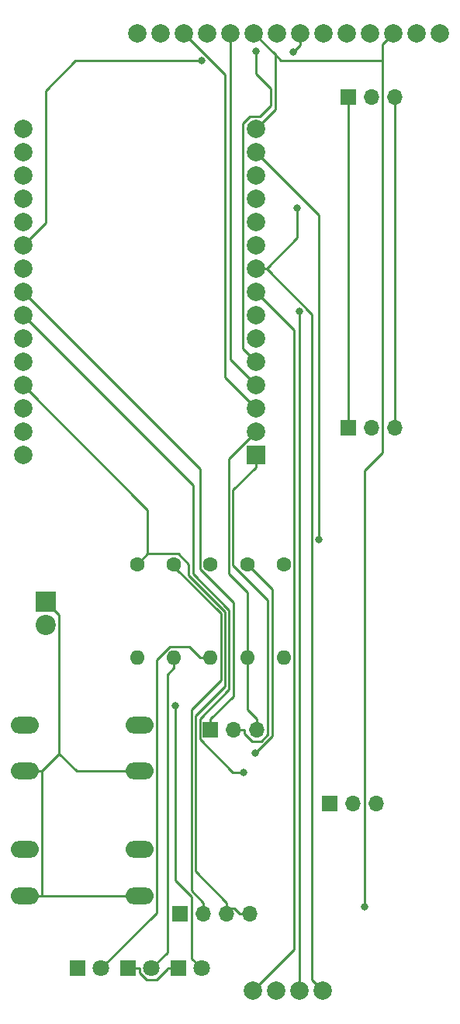
<source format=gbr>
%TF.GenerationSoftware,KiCad,Pcbnew,7.0.7*%
%TF.CreationDate,2024-02-25T20:38:01+01:00*%
%TF.ProjectId,TFT_tactil_screen,5446545f-7461-4637-9469-6c5f73637265,rev?*%
%TF.SameCoordinates,Original*%
%TF.FileFunction,Copper,L1,Top*%
%TF.FilePolarity,Positive*%
%FSLAX46Y46*%
G04 Gerber Fmt 4.6, Leading zero omitted, Abs format (unit mm)*
G04 Created by KiCad (PCBNEW 7.0.7) date 2024-02-25 20:38:01*
%MOMM*%
%LPD*%
G01*
G04 APERTURE LIST*
%TA.AperFunction,ComponentPad*%
%ADD10R,2.200000X2.200000*%
%TD*%
%TA.AperFunction,ComponentPad*%
%ADD11C,2.200000*%
%TD*%
%TA.AperFunction,ComponentPad*%
%ADD12R,2.000000X2.000000*%
%TD*%
%TA.AperFunction,ComponentPad*%
%ADD13C,2.000000*%
%TD*%
%TA.AperFunction,ComponentPad*%
%ADD14C,1.800000*%
%TD*%
%TA.AperFunction,ComponentPad*%
%ADD15R,1.800000X1.800000*%
%TD*%
%TA.AperFunction,ComponentPad*%
%ADD16R,1.700000X1.700000*%
%TD*%
%TA.AperFunction,ComponentPad*%
%ADD17O,1.700000X1.700000*%
%TD*%
%TA.AperFunction,ComponentPad*%
%ADD18O,1.600000X1.600000*%
%TD*%
%TA.AperFunction,ComponentPad*%
%ADD19C,1.600000*%
%TD*%
%TA.AperFunction,ComponentPad*%
%ADD20O,3.048000X1.850000*%
%TD*%
%TA.AperFunction,ViaPad*%
%ADD21C,0.800000*%
%TD*%
%TA.AperFunction,Conductor*%
%ADD22C,0.250000*%
%TD*%
G04 APERTURE END LIST*
D10*
%TO.P,J6,1,Pin_1*%
%TO.N,VCC*%
X39000000Y-100000000D03*
D11*
%TO.P,J6,2,Pin_2*%
%TO.N,GND*%
X39000000Y-102540000D03*
%TD*%
D12*
%TO.P,U1,1,3V3*%
%TO.N,VCC*%
X61930000Y-83990000D03*
D13*
%TO.P,U1,2,GND*%
%TO.N,GND*%
X61930000Y-81450000D03*
%TO.P,U1,3,D15*%
%TO.N,D15*%
X61930000Y-78910000D03*
%TO.P,U1,4,D2*%
%TO.N,D2*%
X61930000Y-76370000D03*
%TO.P,U1,5,D4*%
%TO.N,D4*%
X61930000Y-73830000D03*
%TO.P,U1,6,RX2*%
%TO.N,unconnected-(U1-RX2-Pad6)*%
X61930000Y-71290000D03*
%TO.P,U1,7,TX2*%
%TO.N,unconnected-(U1-TX2-Pad7)*%
X61930000Y-68750000D03*
%TO.P,U1,8,D5*%
%TO.N,D5*%
X61930000Y-66210000D03*
%TO.P,U1,9,D18*%
%TO.N,D18*%
X61930000Y-63670000D03*
%TO.P,U1,10,D19*%
%TO.N,D19*%
X61930000Y-61130000D03*
%TO.P,U1,11,D21*%
%TO.N,D21*%
X61930000Y-58590000D03*
%TO.P,U1,12,RX0*%
%TO.N,unconnected-(U1-RX0-Pad12)*%
X61930000Y-56050000D03*
%TO.P,U1,13,TX0*%
%TO.N,unconnected-(U1-TX0-Pad13)*%
X61930000Y-53510000D03*
%TO.P,U1,14,D22*%
%TO.N,D22*%
X61930000Y-50970000D03*
%TO.P,U1,15,D23*%
%TO.N,D23*%
X61930000Y-48430000D03*
%TO.P,U1,16,EN*%
%TO.N,unconnected-(U1-EN-Pad16)*%
X36530000Y-48430000D03*
%TO.P,U1,17,VP*%
%TO.N,unconnected-(U1-VP-Pad17)*%
X36530000Y-50970000D03*
%TO.P,U1,18,VN*%
%TO.N,unconnected-(U1-VN-Pad18)*%
X36530000Y-53510000D03*
%TO.P,U1,19,D34*%
%TO.N,D34*%
X36530000Y-56050000D03*
%TO.P,U1,20,D35*%
%TO.N,D35*%
X36530000Y-58590000D03*
%TO.P,U1,21,D32*%
%TO.N,D32*%
X36530000Y-61130000D03*
%TO.P,U1,22,D33*%
%TO.N,D33*%
X36530000Y-63670000D03*
%TO.P,U1,23,D25*%
%TO.N,D25*%
X36530000Y-66210000D03*
%TO.P,U1,24,D26*%
%TO.N,D26*%
X36530000Y-68750000D03*
%TO.P,U1,25,D27*%
%TO.N,D27*%
X36530000Y-71290000D03*
%TO.P,U1,26,D14*%
%TO.N,D14*%
X36530000Y-73830000D03*
%TO.P,U1,27,D12*%
%TO.N,D12*%
X36530000Y-76370000D03*
%TO.P,U1,28,D13*%
%TO.N,D13*%
X36530000Y-78910000D03*
%TO.P,U1,29,GND*%
%TO.N,GND*%
X36530000Y-81450000D03*
%TO.P,U1,30,VIN*%
%TO.N,unconnected-(U1-VIN-Pad30)*%
X36530000Y-83990000D03*
%TD*%
D14*
%TO.P,D3,2,A*%
%TO.N,Net-(D3-A)*%
X45040000Y-140000000D03*
D15*
%TO.P,D3,1,K*%
%TO.N,GND*%
X42500000Y-140000000D03*
%TD*%
D16*
%TO.P,J5,1,Pin_1*%
%TO.N,D25*%
X57000000Y-114000000D03*
D17*
%TO.P,J5,2,Pin_2*%
%TO.N,VCC*%
X59540000Y-114000000D03*
%TO.P,J5,3,Pin_3*%
%TO.N,GND*%
X62080000Y-114000000D03*
%TD*%
D18*
%TO.P,R3,2*%
%TO.N,Net-(D3-A)*%
X57000000Y-106080000D03*
D19*
%TO.P,R3,1*%
%TO.N,D14*%
X57000000Y-95920000D03*
%TD*%
D16*
%TO.P,J2,1,Pin_1*%
%TO.N,D26*%
X70000000Y-122000000D03*
D17*
%TO.P,J2,2,Pin_2*%
%TO.N,VCC*%
X72540000Y-122000000D03*
%TO.P,J2,3,Pin_3*%
%TO.N,GND*%
X75080000Y-122000000D03*
%TD*%
D16*
%TO.P,J3,1,Pin_1*%
%TO.N,VCC*%
X72000000Y-45000000D03*
D17*
%TO.P,J3,2,Pin_2*%
%TO.N,D34*%
X74540000Y-45000000D03*
%TO.P,J3,3,Pin_3*%
%TO.N,GND*%
X77080000Y-45000000D03*
%TD*%
%TO.P,J4,3,Pin_3*%
%TO.N,GND*%
X77080000Y-81000000D03*
%TO.P,J4,2,Pin_2*%
%TO.N,D35*%
X74540000Y-81000000D03*
D16*
%TO.P,J4,1,Pin_1*%
%TO.N,VCC*%
X72000000Y-81000000D03*
%TD*%
D18*
%TO.P,R2,2*%
%TO.N,Net-(D2-A)*%
X53000000Y-106080000D03*
D19*
%TO.P,R2,1*%
%TO.N,D13*%
X53000000Y-95920000D03*
%TD*%
D18*
%TO.P,R1,2*%
%TO.N,Net-(D1-A)*%
X49000000Y-106080000D03*
D19*
%TO.P,R1,1*%
%TO.N,D12*%
X49000000Y-95920000D03*
%TD*%
D14*
%TO.P,D2,2,A*%
%TO.N,Net-(D2-A)*%
X50540000Y-140000000D03*
D15*
%TO.P,D2,1,K*%
%TO.N,GND*%
X48000000Y-140000000D03*
%TD*%
D14*
%TO.P,D1,2,A*%
%TO.N,Net-(D1-A)*%
X56040000Y-140000000D03*
D15*
%TO.P,D1,1,K*%
%TO.N,GND*%
X53500000Y-140000000D03*
%TD*%
D17*
%TO.P,J1,4,Pin_4*%
%TO.N,D12*%
X61320000Y-134000000D03*
%TO.P,J1,3,Pin_3*%
X58780000Y-134000000D03*
%TO.P,J1,2,Pin_2*%
%TO.N,D13*%
X56240000Y-134000000D03*
D16*
%TO.P,J1,1,Pin_1*%
X53700000Y-134000000D03*
%TD*%
D19*
%TO.P,R4,1*%
%TO.N,D33*%
X61000000Y-95920000D03*
D18*
%TO.P,R4,2*%
%TO.N,GND*%
X61000000Y-106080000D03*
%TD*%
D20*
%TO.P,SW2,1,1*%
%TO.N,VCC*%
X49240000Y-118500000D03*
X36740000Y-118500000D03*
%TO.P,SW2,2,2*%
%TO.N,D22*%
X49240000Y-113500000D03*
X36740000Y-113500000D03*
%TD*%
D19*
%TO.P,R5,1*%
%TO.N,D22*%
X65000000Y-95920000D03*
D18*
%TO.P,R5,2*%
%TO.N,GND*%
X65000000Y-106080000D03*
%TD*%
D20*
%TO.P,SW1,2,2*%
%TO.N,D33*%
X36740000Y-127050000D03*
X49240000Y-127050000D03*
%TO.P,SW1,1,1*%
%TO.N,VCC*%
X36740000Y-132050000D03*
X49240000Y-132050000D03*
%TD*%
D13*
%TO.P,S1,1,VDD*%
%TO.N,VCC*%
X49000000Y-38000000D03*
%TO.P,S1,2,GND*%
%TO.N,GND*%
X51540000Y-38000000D03*
%TO.P,S1,3,CS*%
%TO.N,D15*%
X54080000Y-38000000D03*
%TO.P,S1,4,RST*%
%TO.N,D4*%
X56620000Y-38000000D03*
%TO.P,S1,5,OC*%
%TO.N,D2*%
X59160000Y-38000000D03*
%TO.P,S1,6,SDI*%
%TO.N,D23*%
X61700000Y-38000000D03*
%TO.P,S1,7,SCK*%
%TO.N,D18*%
X64240000Y-38000000D03*
%TO.P,S1,8,BL*%
%TO.N,D32*%
X66780000Y-38000000D03*
%TO.P,S1,9,SDO*%
%TO.N,unconnected-(S1-SDO-Pad9)*%
X69320000Y-38000000D03*
%TO.P,S1,10,TCK*%
%TO.N,D18*%
X71860000Y-38000000D03*
%TO.P,S1,11,TCS*%
%TO.N,D21*%
X74400000Y-38000000D03*
%TO.P,S1,12,TDI*%
%TO.N,D23*%
X76940000Y-38000000D03*
%TO.P,S1,13,TDO*%
%TO.N,D19*%
X79480000Y-38000000D03*
%TO.P,S1,14,PEN*%
%TO.N,D27*%
X82020000Y-38000000D03*
%TO.P,S1,15,SCS*%
%TO.N,D5*%
X61640000Y-142400000D03*
%TO.P,S1,16,SDI*%
%TO.N,D23*%
X64180000Y-142400000D03*
%TO.P,S1,17,SDO*%
%TO.N,D19*%
X66720000Y-142400000D03*
%TO.P,S1,18,CLK*%
%TO.N,D18*%
X69260000Y-142400000D03*
%TD*%
D21*
%TO.N,D22*%
X68805900Y-93270900D03*
%TO.N,D33*%
X61861400Y-116540000D03*
%TO.N,D26*%
X60576800Y-118617000D03*
%TO.N,D4*%
X62000000Y-40000000D03*
%TO.N,D18*%
X66485600Y-57045800D03*
%TO.N,D19*%
X66720000Y-68350400D03*
%TO.N,D23*%
X73810000Y-133255000D03*
%TO.N,D32*%
X56000000Y-41000000D03*
X66000000Y-40064700D03*
%TO.N,Net-(D1-A)*%
X53178100Y-111385000D03*
%TD*%
D22*
%TO.N,D32*%
X39000000Y-58660000D02*
X36530000Y-61130000D01*
X39000000Y-44273222D02*
X39000000Y-58660000D01*
X42273222Y-41000000D02*
X39000000Y-44273222D01*
X56000000Y-41000000D02*
X42273222Y-41000000D01*
%TO.N,D22*%
X68805900Y-57845900D02*
X68805900Y-93270900D01*
X61930000Y-50970000D02*
X68805900Y-57845900D01*
%TO.N,D33*%
X63726600Y-98646600D02*
X61000000Y-95920000D01*
X63726600Y-114675000D02*
X63726600Y-98646600D01*
X61861400Y-116540000D02*
X63726600Y-114675000D01*
%TO.N,D25*%
X55843300Y-85523300D02*
X36530000Y-66210000D01*
X55843300Y-96459400D02*
X55843300Y-85523300D01*
X59489000Y-100105000D02*
X55843300Y-96459400D01*
X59489000Y-110334000D02*
X59489000Y-100105000D01*
X57000000Y-112823000D02*
X59489000Y-110334000D01*
X57000000Y-114000000D02*
X57000000Y-112823000D01*
%TO.N,D26*%
X59450500Y-118617000D02*
X60576800Y-118617000D01*
X55823100Y-114989000D02*
X59450500Y-118617000D01*
X55823100Y-112750000D02*
X55823100Y-114989000D01*
X59037100Y-109536000D02*
X55823100Y-112750000D01*
X59037100Y-100929000D02*
X59037100Y-109536000D01*
X55084700Y-96976700D02*
X59037100Y-100929000D01*
X55084700Y-87304700D02*
X55084700Y-96976700D01*
X36530000Y-68750000D02*
X55084700Y-87304700D01*
%TO.N,VCC*%
X38590900Y-118502000D02*
X38590900Y-132050000D01*
X38589400Y-118500000D02*
X38590900Y-118502000D01*
X42365700Y-118500000D02*
X40478300Y-116613000D01*
X49240000Y-118500000D02*
X42365700Y-118500000D01*
X40478300Y-101478000D02*
X39000000Y-100000000D01*
X40478300Y-116613000D02*
X40478300Y-101478000D01*
X61930000Y-85316900D02*
X61930000Y-83990000D01*
X59430100Y-87816800D02*
X61930000Y-85316900D01*
X59430100Y-96027100D02*
X59430100Y-87816800D01*
X63264900Y-99861900D02*
X59430100Y-96027100D01*
X63264900Y-114489000D02*
X63264900Y-99861900D01*
X62547200Y-115206000D02*
X63264900Y-114489000D01*
X61557500Y-115206000D02*
X62547200Y-115206000D01*
X60716900Y-114366000D02*
X61557500Y-115206000D01*
X60716900Y-114000000D02*
X60716900Y-114366000D01*
X59540000Y-114000000D02*
X60716900Y-114000000D01*
X72000000Y-45000000D02*
X72000000Y-81000000D01*
X36740000Y-118500000D02*
X38589400Y-118500000D01*
X38590900Y-118500000D02*
X40478300Y-116613000D01*
X38589400Y-118500000D02*
X38590900Y-118500000D01*
X36740000Y-132050000D02*
X38590900Y-132050000D01*
X38590900Y-132050000D02*
X49240000Y-132050000D01*
%TO.N,D15*%
X58587500Y-42507500D02*
X54080000Y-38000000D01*
X58587500Y-75567500D02*
X58587500Y-42507500D01*
X61930000Y-78910000D02*
X58587500Y-75567500D01*
%TO.N,D2*%
X59160000Y-73600000D02*
X59160000Y-38000000D01*
X61930000Y-76370000D02*
X59160000Y-73600000D01*
%TO.N,D4*%
X60523500Y-72423500D02*
X61930000Y-73830000D01*
X60523500Y-47886700D02*
X60523500Y-72423500D01*
X61320200Y-47090000D02*
X60523500Y-47886700D01*
X62420700Y-47090000D02*
X61320200Y-47090000D01*
X63593700Y-45917000D02*
X62420700Y-47090000D01*
X63593700Y-44060300D02*
X63593700Y-45917000D01*
X62000000Y-42466600D02*
X63593700Y-44060300D01*
X62000000Y-40000000D02*
X62000000Y-42466600D01*
%TO.N,D5*%
X66129400Y-137911000D02*
X61640000Y-142400000D01*
X66129400Y-70409400D02*
X66129400Y-137911000D01*
X61930000Y-66210000D02*
X66129400Y-70409400D01*
%TO.N,D18*%
X63105800Y-63670000D02*
X61930000Y-63670000D01*
X66485600Y-60290200D02*
X66485600Y-57045800D01*
X63105800Y-63670000D02*
X66485600Y-60290200D01*
X68079000Y-141219000D02*
X69260000Y-142400000D01*
X68079000Y-68643200D02*
X68079000Y-141219000D01*
X63105800Y-63670000D02*
X68079000Y-68643200D01*
%TO.N,D19*%
X66720000Y-68350400D02*
X66720000Y-142400000D01*
%TO.N,D23*%
X64700000Y-41000000D02*
X64052300Y-40352300D01*
X75747500Y-41000000D02*
X64700000Y-41000000D01*
X61700000Y-38000000D02*
X64052300Y-40352300D01*
X64052300Y-46307700D02*
X64052300Y-40352300D01*
X61930000Y-48430000D02*
X64052300Y-46307700D01*
X75747500Y-39192500D02*
X75747500Y-41000000D01*
X76940000Y-38000000D02*
X75747500Y-39192500D01*
X73810000Y-85703300D02*
X73810000Y-133255000D01*
X75747500Y-83765800D02*
X73810000Y-85703300D01*
X75747500Y-41000000D02*
X75747500Y-83765800D01*
%TO.N,D32*%
X66780000Y-39284700D02*
X66780000Y-38000000D01*
X66000000Y-40064700D02*
X66780000Y-39284700D01*
%TO.N,Net-(D2-A)*%
X52279600Y-138260000D02*
X50540000Y-140000000D01*
X52279600Y-107927000D02*
X52279600Y-138260000D01*
X53000000Y-107207000D02*
X52279600Y-107927000D01*
X53000000Y-106080000D02*
X53000000Y-107207000D01*
%TO.N,Net-(D1-A)*%
X53178100Y-130398000D02*
X53178100Y-111385000D01*
X54969900Y-132190000D02*
X53178100Y-130398000D01*
X54969900Y-138930000D02*
X54969900Y-132190000D01*
X56040000Y-140000000D02*
X54969900Y-138930000D01*
%TO.N,D12*%
X59554600Y-133412000D02*
X58780000Y-133412000D01*
X60143100Y-134000000D02*
X59554600Y-133412000D01*
X61320000Y-134000000D02*
X60143100Y-134000000D01*
X50147000Y-89987000D02*
X36530000Y-76370000D01*
X50147000Y-94773000D02*
X50147000Y-89987000D01*
X49000000Y-95920000D02*
X50147000Y-94773000D01*
X58780000Y-132823000D02*
X58780000Y-133412000D01*
X55371200Y-129414000D02*
X58780000Y-132823000D01*
X55371200Y-112472000D02*
X55371200Y-129414000D01*
X58585200Y-109258000D02*
X55371200Y-112472000D01*
X58585200Y-101116000D02*
X58585200Y-109258000D01*
X54632800Y-97164000D02*
X58585200Y-101116000D01*
X54632800Y-95919400D02*
X54632800Y-97164000D01*
X53486400Y-94773000D02*
X54632800Y-95919400D01*
X50147000Y-94773000D02*
X53486400Y-94773000D01*
X58780000Y-133412000D02*
X58780000Y-134000000D01*
%TO.N,D13*%
X56240000Y-132821000D02*
X56240000Y-134000000D01*
X54919300Y-131500000D02*
X56240000Y-132821000D01*
X54919300Y-111737000D02*
X54919300Y-131500000D01*
X58131200Y-108525000D02*
X54919300Y-111737000D01*
X58131200Y-101302000D02*
X58131200Y-108525000D01*
X53000000Y-96170300D02*
X58131200Y-101302000D01*
X53000000Y-95920000D02*
X53000000Y-96170300D01*
%TO.N,Net-(D3-A)*%
X51116600Y-133923000D02*
X45040000Y-140000000D01*
X51116600Y-106369000D02*
X51116600Y-133923000D01*
X52578200Y-104907000D02*
X51116600Y-106369000D01*
X54700200Y-104907000D02*
X52578200Y-104907000D01*
X55873100Y-106080000D02*
X54700200Y-104907000D01*
X57000000Y-106080000D02*
X55873100Y-106080000D01*
%TO.N,GND*%
X77080000Y-45000000D02*
X77080000Y-81000000D01*
X61000000Y-111743000D02*
X61000000Y-106080000D01*
X62080000Y-112823000D02*
X61000000Y-111743000D01*
X62080000Y-114000000D02*
X62080000Y-112823000D01*
X52273100Y-140000000D02*
X53500000Y-140000000D01*
X52273100Y-140077000D02*
X52273100Y-140000000D01*
X51122900Y-141227000D02*
X52273100Y-140077000D01*
X49993600Y-141227000D02*
X51122900Y-141227000D01*
X49226900Y-140460000D02*
X49993600Y-141227000D01*
X49226900Y-140000000D02*
X49226900Y-140460000D01*
X48000000Y-140000000D02*
X49226900Y-140000000D01*
X61000000Y-98958500D02*
X61000000Y-106080000D01*
X58973700Y-96932200D02*
X61000000Y-98958500D01*
X58973700Y-84406300D02*
X58973700Y-96932200D01*
X61930000Y-81450000D02*
X58973700Y-84406300D01*
%TD*%
M02*

</source>
